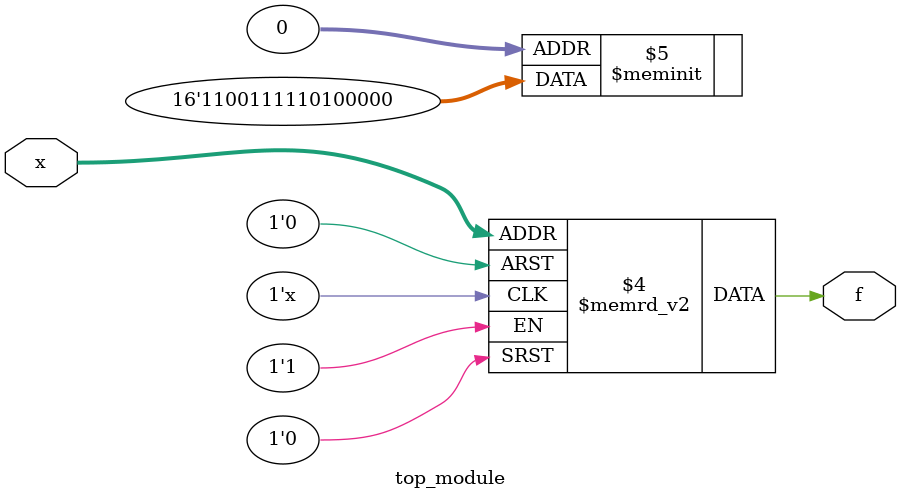
<source format=sv>
module top_module (
    input [4:1] x,
    output logic f
);

    always @(*) begin
        case (x)
            4'b0000: f = 1'b0;    // Don't care - assign 0 for simplicity
            4'b0001: f = 1'b0;
            4'b0010: f = 1'b0;    // Don't care - assign 0 for simplicity
            4'b0011: f = 1'b0;
            4'b0100: f = 1'b0;    // Don't care - assign 0 for simplicity
            4'b0101: f = 1'b1;
            4'b0110: f = 1'b0;
            4'b0111: f = 1'b1;
            4'b1000: f = 1'b1;
            4'b1001: f = 1'b1;
            4'b1010: f = 1'b1;    // Don't care - assign 1 for simplicity
            4'b1011: f = 1'b1;    // Don't care - assign 1 for simplicity
            4'b1100: f = 1'b0;    // Don't care - assign 0 for simplicity
            4'b1101: f = 1'b0;
            4'b1110: f = 1'b1;
            4'b1111: f = 1'b1;
            default: f = 1'b0;
        endcase
    end
endmodule

</source>
